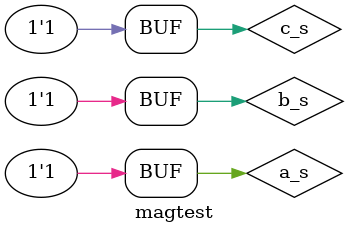
<source format=v>
`timescale 1ns / 1ps

module magtest();

	reg a_s, b_s, c_s;
	wire F_s;
	
	mag mag_s(a_s, b_s, c_s, F_s);
	
	initial begin
		a_s <= 0; b_s <= 0; c_s <= 0;
		#10 a_s <= 0; b_s <= 0; c_s <= 1;
		#10 a_s <= 0; b_s <= 1; c_s <= 0;
		#10 a_s <= 0; b_s <= 1; c_s <= 1;
		#10 a_s <= 1; b_s <= 0; c_s <= 0;
		#10 a_s <= 1; b_s <= 0; c_s <= 1;
		#10 a_s <= 1; b_s <= 1; c_s <= 0;
		#10 a_s <= 1; b_s <= 1; c_s <= 1;
	end

endmodule

</source>
